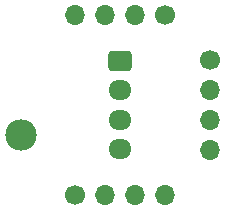
<source format=gbr>
%TF.GenerationSoftware,KiCad,Pcbnew,(6.0.1)*%
%TF.CreationDate,2022-02-07T22:37:27-05:00*%
%TF.ProjectId,PDB-B,5044422d-422e-46b6-9963-61645f706362,rev?*%
%TF.SameCoordinates,Original*%
%TF.FileFunction,Soldermask,Bot*%
%TF.FilePolarity,Negative*%
%FSLAX46Y46*%
G04 Gerber Fmt 4.6, Leading zero omitted, Abs format (unit mm)*
G04 Created by KiCad (PCBNEW (6.0.1)) date 2022-02-07 22:37:27*
%MOMM*%
%LPD*%
G01*
G04 APERTURE LIST*
G04 Aperture macros list*
%AMRoundRect*
0 Rectangle with rounded corners*
0 $1 Rounding radius*
0 $2 $3 $4 $5 $6 $7 $8 $9 X,Y pos of 4 corners*
0 Add a 4 corners polygon primitive as box body*
4,1,4,$2,$3,$4,$5,$6,$7,$8,$9,$2,$3,0*
0 Add four circle primitives for the rounded corners*
1,1,$1+$1,$2,$3*
1,1,$1+$1,$4,$5*
1,1,$1+$1,$6,$7*
1,1,$1+$1,$8,$9*
0 Add four rect primitives between the rounded corners*
20,1,$1+$1,$2,$3,$4,$5,0*
20,1,$1+$1,$4,$5,$6,$7,0*
20,1,$1+$1,$6,$7,$8,$9,0*
20,1,$1+$1,$8,$9,$2,$3,0*%
G04 Aperture macros list end*
%ADD10RoundRect,0.250000X-0.725000X0.600000X-0.725000X-0.600000X0.725000X-0.600000X0.725000X0.600000X0*%
%ADD11O,1.950000X1.700000*%
%ADD12C,2.667000*%
%ADD13C,1.700000*%
%ADD14O,1.700000X1.700000*%
G04 APERTURE END LIST*
D10*
X127000000Y-123250000D03*
D11*
X127000000Y-125750000D03*
X127000000Y-128250000D03*
X127000000Y-130750000D03*
D12*
X118618000Y-129540000D03*
D13*
X134620000Y-123190000D03*
D14*
X134620000Y-125730000D03*
X134620000Y-128270000D03*
X134620000Y-130810000D03*
D13*
X123190000Y-134620000D03*
D14*
X125730000Y-134620000D03*
X128270000Y-134620000D03*
X130810000Y-134620000D03*
D13*
X130810000Y-119380000D03*
D14*
X128270000Y-119380000D03*
X125730000Y-119380000D03*
X123190000Y-119380000D03*
M02*

</source>
